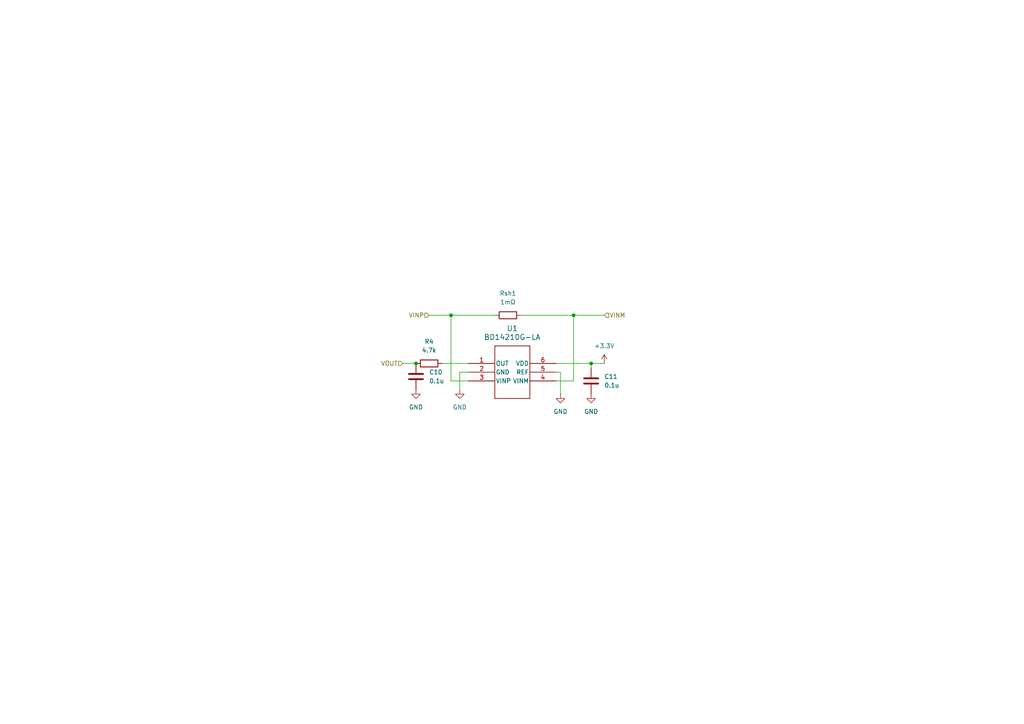
<source format=kicad_sch>
(kicad_sch (version 20250114) (generator "eeschema") (generator_version "9.0")
  (paper "A4")
  (lib_symbols
    (symbol "2025-08-06_08-49-18:BD14210G-LA" (pin_names (offset 0.254))
      (property "Reference" "U" (at 0 11.43 0))
      (property "Value" "BD14210G-LA" (at 0 13.97 0))
      (symbol "BD14210G-LA_0_1"
        (polyline (pts (xy -5.08 8.89) (xy -5.08 -6.35)) (stroke (width 0.2032)))
        (polyline (pts (xy -5.08 -6.35) (xy 5.08 -6.35)) (stroke (width 0.2032)))
        (polyline (pts (xy 5.08 8.89) (xy -5.08 8.89)) (stroke (width 0.2032)))
        (polyline (pts (xy 5.08 -6.35) (xy 5.08 8.89)) (stroke (width 0.2032)))
      )
      (symbol "BD14210G-LA_1_1"
        (pin output line (at -12.7 3.81 0) (length 7.62) (name "OUT") (number "1"))
        (pin power_in line (at -12.7 1.27 0) (length 7.62) (name "GND") (number "2"))
        (pin input line (at -12.7 -1.27 0) (length 7.62) (name "VINP") (number "3"))
        (pin power_in line (at 12.7 3.81 180) (length 7.62) (name "VDD") (number "6"))
        (pin input line (at 12.7 1.27 180) (length 7.62) (name "REF") (number "5"))
        (pin input line (at 12.7 -1.27 180) (length 7.62) (name "VINM") (number "4"))
      )
    )
    (symbol "Device:C" (pin_numbers (hide yes)) (pin_names (offset 0.254))
      (property "Reference" "C" (at 0.635 2.54 0))
      (property "Value" "C" (at 0.635 -2.54 0))
      (symbol "C_0_1"
        (polyline (pts (xy -2.032 0.762) (xy 2.032 0.762)) (stroke (width 0.508)))
        (polyline (pts (xy -2.032 -0.762) (xy 2.032 -0.762)) (stroke (width 0.508)))
      )
      (symbol "C_1_1"
        (pin passive line (at 0 3.81 270) (length 2.794) (name "~") (number "1"))
        (pin passive line (at 0 -3.81 90) (length 2.794) (name "~") (number "2"))
      )
    )
    (symbol "Device:R" (pin_numbers (hide yes)) (pin_names (offset 0))
      (property "Reference" "R" (at 2.032 0 90))
      (property "Value" "R" (at 0 0 90))
      (symbol "R_0_1"
        (rectangle (start -1.016 -2.54) (end 1.016 2.54) (stroke (width 0.254)))
      )
      (symbol "R_1_1"
        (pin passive line (at 0 3.81 270) (length 1.27) (name "~") (number "1"))
        (pin passive line (at 0 -3.81 90) (length 1.27) (name "~") (number "2"))
      )
    )
    (symbol "power:+3.3V" (power) (pin_numbers (hide yes)) (pin_names (offset 0) (hide yes))
      (property "Value" "+3.3V" (at 0 3.556 0))
      (symbol "+3.3V_0_1"
        (polyline (pts (xy -0.762 1.27) (xy 0 2.54)))
        (polyline (pts (xy 0 2.54) (xy 0.762 1.27)))
        (polyline (pts (xy 0 0) (xy 0 2.54)))
      )
      (symbol "+3.3V_1_1"
        (pin power_in line (at 0 0 90) (length 0) (name "~") (number "1"))
      )
    )
    (symbol "power:GND" (power) (pin_numbers (hide yes)) (pin_names (offset 0) (hide yes))
      (property "Value" "GND" (at 0 -3.81 0))
      (symbol "GND_0_1"
        (polyline (pts (xy 0 0) (xy 0 -1.27) (xy 1.27 -1.27) (xy 0 -2.54) (xy -1.27 -1.27) (xy 0 -1.27)))
      )
      (symbol "GND_1_1"
        (pin power_in line (at 0 0 270) (length 0) (name "~") (number "1"))
      )
    )
  )
  (junction (at 166.37 91.44))
  (junction (at 130.81 91.44))
  (junction (at 120.65 105.41))
  (junction (at 171.45 105.41))
  (wire (pts (xy 162.56 107.95) (xy 162.56 114.3)))
  (wire (pts (xy 133.35 107.95) (xy 133.35 113.03)))
  (wire (pts (xy 130.81 91.44) (xy 143.51 91.44)))
  (wire (pts (xy 171.45 105.41) (xy 161.29 105.41)))
  (wire (pts (xy 161.29 110.49) (xy 166.37 110.49)))
  (wire (pts (xy 166.37 91.44) (xy 175.26 91.44)))
  (wire (pts (xy 171.45 106.68) (xy 171.45 105.41)))
  (wire (pts (xy 175.26 105.41) (xy 171.45 105.41)))
  (wire (pts (xy 124.46 91.44) (xy 130.81 91.44)))
  (wire (pts (xy 116.84 105.41) (xy 120.65 105.41)))
  (wire (pts (xy 135.89 107.95) (xy 133.35 107.95)))
  (wire (pts (xy 166.37 110.49) (xy 166.37 91.44)))
  (wire (pts (xy 130.81 110.49) (xy 130.81 91.44)))
  (wire (pts (xy 128.27 105.41) (xy 135.89 105.41)))
  (wire (pts (xy 161.29 107.95) (xy 162.56 107.95)))
  (wire (pts (xy 166.37 91.44) (xy 151.13 91.44)))
  (wire (pts (xy 135.89 110.49) (xy 130.81 110.49)))
  (hierarchical_label "VINM" (shape input) (at 175.26 91.44 0))
  (hierarchical_label "VOUT" (shape input) (at 116.84 105.41 180))
  (hierarchical_label "VINP" (shape input) (at 124.46 91.44 180))
  (symbol (lib_id "Device:C") (at 120.65 109.22 0) (unit 1)
    (property "Reference" "C10" (at 124.46 107.9499 0) (effects (justify left)))
    (property "Value" "0.1u" (at 124.46 110.4899 0) (effects (justify left)))
    (property "Footprint" "Capacitor_SMD:C_0603_1608Metric" (effects (hide yes)))
    (property "Description" "Unpolarized capacitor" (effects (hide yes)))
  )
  (symbol (lib_id "Device:C") (at 171.45 110.49 0) (unit 1)
    (property "Reference" "C11" (at 175.26 109.2199 0) (effects (justify left)))
    (property "Value" "0.1u" (at 175.26 111.7599 0) (effects (justify left)))
    (property "Footprint" "Capacitor_SMD:C_0603_1608Metric" (effects (hide yes)))
    (property "Description" "Unpolarized capacitor" (effects (hide yes)))
  )
  (symbol (lib_id "power:+3.3V") (at 175.26 105.41 0) (unit 1)
    (property "Reference" "#PWR032" (effects (hide yes)))
    (property "Value" "+3.3V" (at 175.26 100.33 0))
    (property "Description" "Power symbol creates a global label with name \"+3.3V\"" (effects (hide yes)))
  )
  (symbol (lib_id "Device:R") (at 147.32 91.44 90) (unit 1)
    (property "Reference" "Rsh1" (at 147.32 85.09 90))
    (property "Value" "1mΩ" (at 147.32 87.63 90))
    (property "Footprint" "Resistor_SMD:R_2512_6332Metric" (effects (hide yes)))
    (property "Description" "Resistor" (effects (hide yes)))
  )
  (symbol (lib_id "power:GND") (at 133.35 113.03 0) (unit 1)
    (property "Reference" "#PWR029" (effects (hide yes)))
    (property "Value" "GND" (at 133.35 118.11 0))
    (property "Description" "Power symbol creates a global label with name \"GND\" , ground" (effects (hide yes)))
  )
  (symbol (lib_id "Device:R") (at 124.46 105.41 90) (unit 1)
    (property "Reference" "R4" (at 124.46 99.06 90))
    (property "Value" "4.7k" (at 124.46 101.6 90))
    (property "Footprint" "Resistor_SMD:R_0603_1608Metric" (effects (hide yes)))
    (property "Description" "Resistor" (effects (hide yes)))
  )
  (symbol (lib_id "2025-08-06_08-49-18:BD14210G-LA") (at 148.59 109.22 0) (unit 1)
    (property "Reference" "U1" (at 148.59 95.25 0) (effects (font (size 1.524 1.524))))
    (property "Value" "BD14210G-LA" (at 148.59 97.79 0) (effects (font (size 1.524 1.524))))
    (property "Footprint" "ssop6:SSOP6" (effects (hide yes)))
    (property "Datasheet" "Unknown" (effects (hide yes)))
  )
  (symbol (lib_id "power:GND") (at 120.65 113.03 0) (unit 1)
    (property "Reference" "#PWR028" (effects (hide yes)))
    (property "Value" "GND" (at 120.65 118.11 0))
    (property "Description" "Power symbol creates a global label with name \"GND\" , ground" (effects (hide yes)))
  )
  (symbol (lib_id "power:GND") (at 171.45 114.3 0) (unit 1)
    (property "Reference" "#PWR031" (effects (hide yes)))
    (property "Value" "GND" (at 171.45 119.38 0))
    (property "Description" "Power symbol creates a global label with name \"GND\" , ground" (effects (hide yes)))
  )
  (symbol (lib_id "power:GND") (at 162.56 114.3 0) (unit 1)
    (property "Reference" "#PWR030" (effects (hide yes)))
    (property "Value" "GND" (at 162.56 119.38 0))
    (property "Description" "Power symbol creates a global label with name \"GND\" , ground" (effects (hide yes)))
  )
)
</source>
